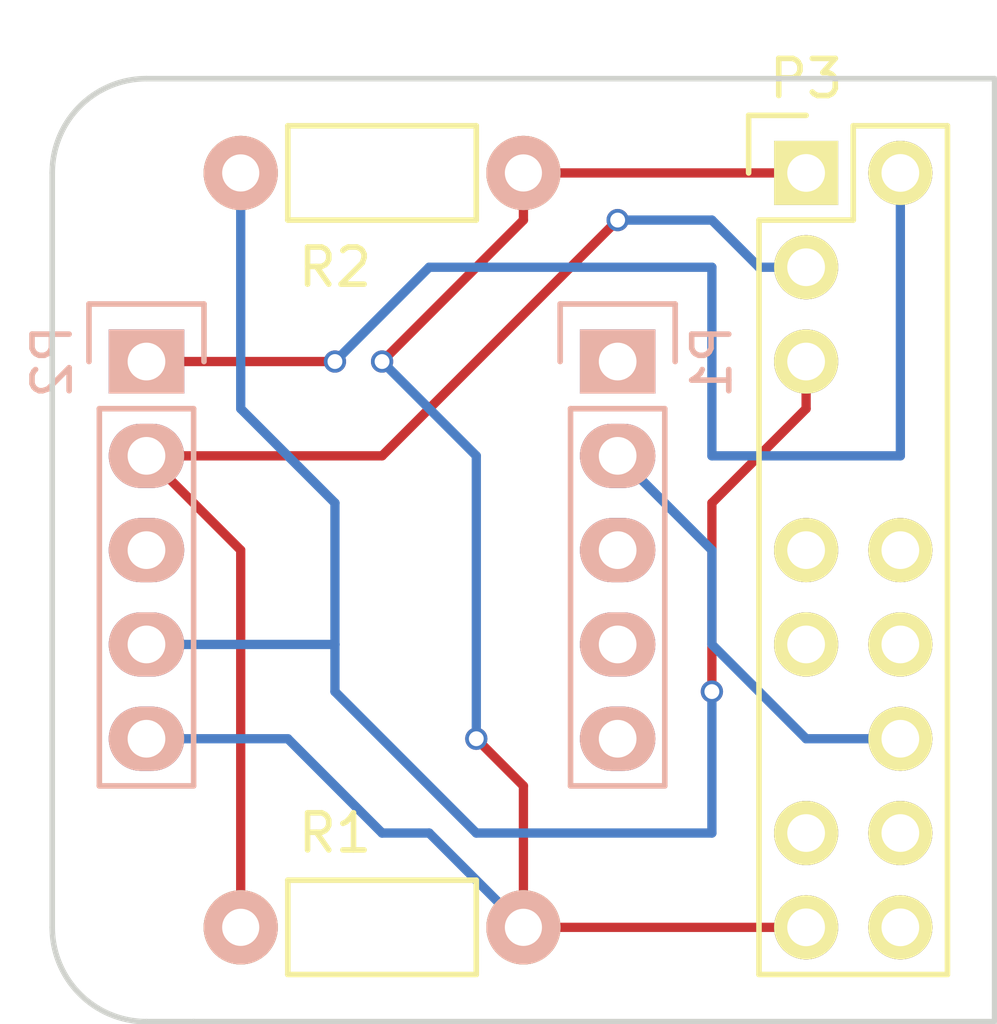
<source format=kicad_pcb>
(kicad_pcb (version 4) (host pcbnew 4.0.2-4+6225~38~ubuntu15.10.1-stable)

  (general
    (links 10)
    (no_connects 0)
    (area 121.844999 98.984999 147.395001 124.535001)
    (thickness 1.6)
    (drawings 7)
    (tracks 45)
    (zones 0)
    (modules 5)
    (nets 18)
  )

  (page A4)
  (layers
    (0 F.Cu signal)
    (31 B.Cu signal)
    (32 B.Adhes user)
    (33 F.Adhes user)
    (34 B.Paste user)
    (35 F.Paste user)
    (36 B.SilkS user)
    (37 F.SilkS user)
    (38 B.Mask user)
    (39 F.Mask user)
    (40 Dwgs.User user)
    (41 Cmts.User user)
    (42 Eco1.User user)
    (43 Eco2.User user)
    (44 Edge.Cuts user)
    (45 Margin user)
    (46 B.CrtYd user)
    (47 F.CrtYd user)
    (48 B.Fab user)
    (49 F.Fab user)
  )

  (setup
    (last_trace_width 0.25)
    (trace_clearance 0.2)
    (zone_clearance 0.508)
    (zone_45_only no)
    (trace_min 0.2)
    (segment_width 0.2)
    (edge_width 0.15)
    (via_size 0.6)
    (via_drill 0.4)
    (via_min_size 0.4)
    (via_min_drill 0.3)
    (uvia_size 0.3)
    (uvia_drill 0.1)
    (uvias_allowed no)
    (uvia_min_size 0.2)
    (uvia_min_drill 0.1)
    (pcb_text_width 0.3)
    (pcb_text_size 1.5 1.5)
    (mod_edge_width 0.15)
    (mod_text_size 1 1)
    (mod_text_width 0.15)
    (pad_size 1.524 1.524)
    (pad_drill 0.762)
    (pad_to_mask_clearance 0.2)
    (aux_axis_origin 0 0)
    (visible_elements FFFFFF7F)
    (pcbplotparams
      (layerselection 0x010f0_80000001)
      (usegerberextensions true)
      (excludeedgelayer true)
      (linewidth 0.100000)
      (plotframeref false)
      (viasonmask false)
      (mode 1)
      (useauxorigin false)
      (hpglpennumber 1)
      (hpglpenspeed 20)
      (hpglpendiameter 15)
      (hpglpenoverlay 2)
      (psnegative false)
      (psa4output false)
      (plotreference false)
      (plotvalue false)
      (plotinvisibletext false)
      (padsonsilk false)
      (subtractmaskfromsilk false)
      (outputformat 1)
      (mirror false)
      (drillshape 0)
      (scaleselection 1)
      (outputdirectory Gerbers/))
  )

  (net 0 "")
  (net 1 "Net-(P1-Pad1)")
  (net 2 GND)
  (net 3 "Net-(P1-Pad3)")
  (net 4 "Net-(P1-Pad4)")
  (net 5 "Net-(P1-Pad5)")
  (net 6 +5V)
  (net 7 "Net-(P2-Pad2)")
  (net 8 "Net-(P2-Pad3)")
  (net 9 "Net-(P2-Pad4)")
  (net 10 +3V3)
  (net 11 "Net-(P3-Pad9)")
  (net 12 "Net-(P3-Pad10)")
  (net 13 "Net-(P3-Pad11)")
  (net 14 "Net-(P3-Pad12)")
  (net 15 "Net-(P3-Pad15)")
  (net 16 "Net-(P3-Pad16)")
  (net 17 "Net-(P3-Pad18)")

  (net_class Default "This is the default net class."
    (clearance 0.2)
    (trace_width 0.25)
    (via_dia 0.6)
    (via_drill 0.4)
    (uvia_dia 0.3)
    (uvia_drill 0.1)
    (add_net +3V3)
    (add_net +5V)
    (add_net GND)
    (add_net "Net-(P1-Pad1)")
    (add_net "Net-(P1-Pad3)")
    (add_net "Net-(P1-Pad4)")
    (add_net "Net-(P1-Pad5)")
    (add_net "Net-(P2-Pad2)")
    (add_net "Net-(P2-Pad3)")
    (add_net "Net-(P2-Pad4)")
    (add_net "Net-(P3-Pad10)")
    (add_net "Net-(P3-Pad11)")
    (add_net "Net-(P3-Pad12)")
    (add_net "Net-(P3-Pad15)")
    (add_net "Net-(P3-Pad16)")
    (add_net "Net-(P3-Pad18)")
    (add_net "Net-(P3-Pad9)")
  )

  (module Resistors_ThroughHole:Resistor_Horizontal_RM7mm (layer F.Cu) (tedit 56EDA760) (tstamp 56EDA36E)
    (at 134.62 101.6 180)
    (descr "Resistor, Axial,  RM 7.62mm, 1/3W,")
    (tags "Resistor Axial RM 7.62mm 1/3W R3")
    (path /56EDA143)
    (fp_text reference R2 (at 5.08 -2.54 180) (layer F.SilkS)
      (effects (font (size 1 1) (thickness 0.15)))
    )
    (fp_text value R_Small (at 3.81 3.81 180) (layer F.Fab)
      (effects (font (size 1 1) (thickness 0.15)))
    )
    (fp_line (start -1.25 -1.5) (end 8.85 -1.5) (layer F.CrtYd) (width 0.05))
    (fp_line (start -1.25 1.5) (end -1.25 -1.5) (layer F.CrtYd) (width 0.05))
    (fp_line (start 8.85 -1.5) (end 8.85 1.5) (layer F.CrtYd) (width 0.05))
    (fp_line (start -1.25 1.5) (end 8.85 1.5) (layer F.CrtYd) (width 0.05))
    (fp_line (start 1.27 -1.27) (end 6.35 -1.27) (layer F.SilkS) (width 0.15))
    (fp_line (start 6.35 -1.27) (end 6.35 1.27) (layer F.SilkS) (width 0.15))
    (fp_line (start 6.35 1.27) (end 1.27 1.27) (layer F.SilkS) (width 0.15))
    (fp_line (start 1.27 1.27) (end 1.27 -1.27) (layer F.SilkS) (width 0.15))
    (pad 1 thru_hole circle (at 0 0 180) (size 1.99898 1.99898) (drill 1.00076) (layers *.Cu *.SilkS *.Mask)
      (net 10 +3V3))
    (pad 2 thru_hole circle (at 7.62 0 180) (size 1.99898 1.99898) (drill 1.00076) (layers *.Cu *.SilkS *.Mask)
      (net 9 "Net-(P2-Pad4)"))
  )

  (module Socket_Strips:Socket_Strip_Straight_1x05 (layer B.Cu) (tedit 56EDA756) (tstamp 56EDA343)
    (at 137.16 106.68 270)
    (descr "Through hole socket strip")
    (tags "socket strip")
    (path /56ED9F55)
    (fp_text reference P1 (at 0 -2.54 270) (layer B.SilkS)
      (effects (font (size 1 1) (thickness 0.15)) (justify mirror))
    )
    (fp_text value LEFT (at 0 3.1 270) (layer B.Fab)
      (effects (font (size 1 1) (thickness 0.15)) (justify mirror))
    )
    (fp_line (start -1.75 1.75) (end -1.75 -1.75) (layer B.CrtYd) (width 0.05))
    (fp_line (start 11.95 1.75) (end 11.95 -1.75) (layer B.CrtYd) (width 0.05))
    (fp_line (start -1.75 1.75) (end 11.95 1.75) (layer B.CrtYd) (width 0.05))
    (fp_line (start -1.75 -1.75) (end 11.95 -1.75) (layer B.CrtYd) (width 0.05))
    (fp_line (start 1.27 -1.27) (end 11.43 -1.27) (layer B.SilkS) (width 0.15))
    (fp_line (start 11.43 -1.27) (end 11.43 1.27) (layer B.SilkS) (width 0.15))
    (fp_line (start 11.43 1.27) (end 1.27 1.27) (layer B.SilkS) (width 0.15))
    (fp_line (start -1.55 -1.55) (end 0 -1.55) (layer B.SilkS) (width 0.15))
    (fp_line (start 1.27 -1.27) (end 1.27 1.27) (layer B.SilkS) (width 0.15))
    (fp_line (start 0 1.55) (end -1.55 1.55) (layer B.SilkS) (width 0.15))
    (fp_line (start -1.55 1.55) (end -1.55 -1.55) (layer B.SilkS) (width 0.15))
    (pad 1 thru_hole rect (at 0 0 270) (size 1.7272 2.032) (drill 1.016) (layers *.Cu *.Mask B.SilkS)
      (net 1 "Net-(P1-Pad1)"))
    (pad 2 thru_hole oval (at 2.54 0 270) (size 1.7272 2.032) (drill 1.016) (layers *.Cu *.Mask B.SilkS)
      (net 2 GND))
    (pad 3 thru_hole oval (at 5.08 0 270) (size 1.7272 2.032) (drill 1.016) (layers *.Cu *.Mask B.SilkS)
      (net 3 "Net-(P1-Pad3)"))
    (pad 4 thru_hole oval (at 7.62 0 270) (size 1.7272 2.032) (drill 1.016) (layers *.Cu *.Mask B.SilkS)
      (net 4 "Net-(P1-Pad4)"))
    (pad 5 thru_hole oval (at 10.16 0 270) (size 1.7272 2.032) (drill 1.016) (layers *.Cu *.Mask B.SilkS)
      (net 5 "Net-(P1-Pad5)"))
    (model Socket_Strips.3dshapes/Socket_Strip_Straight_1x05.wrl
      (at (xyz 0.2 0 0))
      (scale (xyz 1 1 1))
      (rotate (xyz 0 0 180))
    )
  )

  (module Socket_Strips:Socket_Strip_Straight_1x05 (layer B.Cu) (tedit 56EDA75A) (tstamp 56EDA34C)
    (at 124.46 106.68 270)
    (descr "Through hole socket strip")
    (tags "socket strip")
    (path /56ED9FB4)
    (fp_text reference P2 (at 0 2.54 270) (layer B.SilkS)
      (effects (font (size 1 1) (thickness 0.15)) (justify mirror))
    )
    (fp_text value RIGHT (at 0 3.1 270) (layer B.Fab)
      (effects (font (size 1 1) (thickness 0.15)) (justify mirror))
    )
    (fp_line (start -1.75 1.75) (end -1.75 -1.75) (layer B.CrtYd) (width 0.05))
    (fp_line (start 11.95 1.75) (end 11.95 -1.75) (layer B.CrtYd) (width 0.05))
    (fp_line (start -1.75 1.75) (end 11.95 1.75) (layer B.CrtYd) (width 0.05))
    (fp_line (start -1.75 -1.75) (end 11.95 -1.75) (layer B.CrtYd) (width 0.05))
    (fp_line (start 1.27 -1.27) (end 11.43 -1.27) (layer B.SilkS) (width 0.15))
    (fp_line (start 11.43 -1.27) (end 11.43 1.27) (layer B.SilkS) (width 0.15))
    (fp_line (start 11.43 1.27) (end 1.27 1.27) (layer B.SilkS) (width 0.15))
    (fp_line (start -1.55 -1.55) (end 0 -1.55) (layer B.SilkS) (width 0.15))
    (fp_line (start 1.27 -1.27) (end 1.27 1.27) (layer B.SilkS) (width 0.15))
    (fp_line (start 0 1.55) (end -1.55 1.55) (layer B.SilkS) (width 0.15))
    (fp_line (start -1.55 1.55) (end -1.55 -1.55) (layer B.SilkS) (width 0.15))
    (pad 1 thru_hole rect (at 0 0 270) (size 1.7272 2.032) (drill 1.016) (layers *.Cu *.Mask B.SilkS)
      (net 6 +5V))
    (pad 2 thru_hole oval (at 2.54 0 270) (size 1.7272 2.032) (drill 1.016) (layers *.Cu *.Mask B.SilkS)
      (net 7 "Net-(P2-Pad2)"))
    (pad 3 thru_hole oval (at 5.08 0 270) (size 1.7272 2.032) (drill 1.016) (layers *.Cu *.Mask B.SilkS)
      (net 8 "Net-(P2-Pad3)"))
    (pad 4 thru_hole oval (at 7.62 0 270) (size 1.7272 2.032) (drill 1.016) (layers *.Cu *.Mask B.SilkS)
      (net 9 "Net-(P2-Pad4)"))
    (pad 5 thru_hole oval (at 10.16 0 270) (size 1.7272 2.032) (drill 1.016) (layers *.Cu *.Mask B.SilkS)
      (net 10 +3V3))
    (model Socket_Strips.3dshapes/Socket_Strip_Straight_1x05.wrl
      (at (xyz 0.2 0 0))
      (scale (xyz 1 1 1))
      (rotate (xyz 0 0 180))
    )
  )

  (module Pin_Headers:Pin_Header_Straight_2x09 (layer F.Cu) (tedit 56EDAC29) (tstamp 56EDA362)
    (at 142.24 101.6)
    (descr "Through hole pin header")
    (tags "pin header")
    (path /56ED9E24)
    (fp_text reference P3 (at 0 -2.54) (layer F.SilkS)
      (effects (font (size 1 1) (thickness 0.15)))
    )
    (fp_text value PIGLOW (at 0 -3.1) (layer F.Fab)
      (effects (font (size 1 1) (thickness 0.15)))
    )
    (fp_line (start -1.75 -1.75) (end -1.75 22.1) (layer F.CrtYd) (width 0.05))
    (fp_line (start 4.3 -1.75) (end 4.3 22.1) (layer F.CrtYd) (width 0.05))
    (fp_line (start -1.75 -1.75) (end 4.3 -1.75) (layer F.CrtYd) (width 0.05))
    (fp_line (start -1.75 22.1) (end 4.3 22.1) (layer F.CrtYd) (width 0.05))
    (fp_line (start 3.81 21.59) (end 3.81 -1.27) (layer F.SilkS) (width 0.15))
    (fp_line (start -1.27 1.27) (end -1.27 21.59) (layer F.SilkS) (width 0.15))
    (fp_line (start 3.81 21.59) (end -1.27 21.59) (layer F.SilkS) (width 0.15))
    (fp_line (start 3.81 -1.27) (end 1.27 -1.27) (layer F.SilkS) (width 0.15))
    (fp_line (start 0 -1.55) (end -1.55 -1.55) (layer F.SilkS) (width 0.15))
    (fp_line (start 1.27 -1.27) (end 1.27 1.27) (layer F.SilkS) (width 0.15))
    (fp_line (start 1.27 1.27) (end -1.27 1.27) (layer F.SilkS) (width 0.15))
    (fp_line (start -1.55 -1.55) (end -1.55 0) (layer F.SilkS) (width 0.15))
    (pad 1 thru_hole rect (at 0 0) (size 1.7272 1.7272) (drill 1.016) (layers *.Cu *.Mask F.SilkS)
      (net 10 +3V3))
    (pad 2 thru_hole oval (at 2.54 0) (size 1.7272 1.7272) (drill 1.016) (layers *.Cu *.Mask F.SilkS)
      (net 6 +5V))
    (pad 3 thru_hole oval (at 0 2.54) (size 1.7272 1.7272) (drill 1.016) (layers *.Cu *.Mask F.SilkS)
      (net 7 "Net-(P2-Pad2)"))
    (pad 5 thru_hole oval (at 0 5.08) (size 1.7272 1.7272) (drill 1.016) (layers *.Cu *.Mask F.SilkS)
      (net 9 "Net-(P2-Pad4)"))
    (pad 9 thru_hole oval (at 0 10.16) (size 1.7272 1.7272) (drill 1.016) (layers *.Cu *.Mask F.SilkS)
      (net 11 "Net-(P3-Pad9)"))
    (pad 10 thru_hole oval (at 2.54 10.16) (size 1.7272 1.7272) (drill 1.016) (layers *.Cu *.Mask F.SilkS)
      (net 12 "Net-(P3-Pad10)"))
    (pad 11 thru_hole oval (at 0 12.7) (size 1.7272 1.7272) (drill 1.016) (layers *.Cu *.Mask F.SilkS)
      (net 13 "Net-(P3-Pad11)"))
    (pad 12 thru_hole oval (at 2.54 12.7) (size 1.7272 1.7272) (drill 1.016) (layers *.Cu *.Mask F.SilkS)
      (net 14 "Net-(P3-Pad12)"))
    (pad 14 thru_hole oval (at 2.54 15.24) (size 1.7272 1.7272) (drill 1.016) (layers *.Cu *.Mask F.SilkS)
      (net 2 GND))
    (pad 15 thru_hole oval (at 0 17.78) (size 1.7272 1.7272) (drill 1.016) (layers *.Cu *.Mask F.SilkS)
      (net 15 "Net-(P3-Pad15)"))
    (pad 16 thru_hole oval (at 2.54 17.78) (size 1.7272 1.7272) (drill 1.016) (layers *.Cu *.Mask F.SilkS)
      (net 16 "Net-(P3-Pad16)"))
    (pad 17 thru_hole oval (at 0 20.32) (size 1.7272 1.7272) (drill 1.016) (layers *.Cu *.Mask F.SilkS)
      (net 10 +3V3))
    (pad 18 thru_hole oval (at 2.54 20.32) (size 1.7272 1.7272) (drill 1.016) (layers *.Cu *.Mask F.SilkS)
      (net 17 "Net-(P3-Pad18)"))
    (model Pin_Headers.3dshapes/Pin_Header_Straight_2x09.wrl
      (at (xyz 0.05 -0.4 0))
      (scale (xyz 1 1 1))
      (rotate (xyz 0 0 90))
    )
  )

  (module Resistors_ThroughHole:Resistor_Horizontal_RM7mm (layer F.Cu) (tedit 56EDA74F) (tstamp 56EDA368)
    (at 134.62 121.92 180)
    (descr "Resistor, Axial,  RM 7.62mm, 1/3W,")
    (tags "Resistor Axial RM 7.62mm 1/3W R3")
    (path /56EDA086)
    (fp_text reference R1 (at 5.08 2.54 180) (layer F.SilkS)
      (effects (font (size 1 1) (thickness 0.15)))
    )
    (fp_text value R_Small (at 3.81 3.81 180) (layer F.Fab)
      (effects (font (size 1 1) (thickness 0.15)))
    )
    (fp_line (start -1.25 -1.5) (end 8.85 -1.5) (layer F.CrtYd) (width 0.05))
    (fp_line (start -1.25 1.5) (end -1.25 -1.5) (layer F.CrtYd) (width 0.05))
    (fp_line (start 8.85 -1.5) (end 8.85 1.5) (layer F.CrtYd) (width 0.05))
    (fp_line (start -1.25 1.5) (end 8.85 1.5) (layer F.CrtYd) (width 0.05))
    (fp_line (start 1.27 -1.27) (end 6.35 -1.27) (layer F.SilkS) (width 0.15))
    (fp_line (start 6.35 -1.27) (end 6.35 1.27) (layer F.SilkS) (width 0.15))
    (fp_line (start 6.35 1.27) (end 1.27 1.27) (layer F.SilkS) (width 0.15))
    (fp_line (start 1.27 1.27) (end 1.27 -1.27) (layer F.SilkS) (width 0.15))
    (pad 1 thru_hole circle (at 0 0 180) (size 1.99898 1.99898) (drill 1.00076) (layers *.Cu *.SilkS *.Mask)
      (net 10 +3V3))
    (pad 2 thru_hole circle (at 7.62 0 180) (size 1.99898 1.99898) (drill 1.00076) (layers *.Cu *.SilkS *.Mask)
      (net 7 "Net-(P2-Pad2)"))
  )

  (gr_line (start 124.46 124.46) (end 125.73 124.46) (angle 90) (layer Edge.Cuts) (width 0.15))
  (gr_line (start 121.92 101.6) (end 121.92 121.92) (angle 90) (layer Edge.Cuts) (width 0.15))
  (gr_line (start 124.46 99.06) (end 147.32 99.06) (angle 90) (layer Edge.Cuts) (width 0.15))
  (gr_arc (start 124.46 101.6) (end 121.92 101.6) (angle 90) (layer Edge.Cuts) (width 0.15))
  (gr_arc (start 124.46 121.92) (end 124.46 124.46) (angle 90) (layer Edge.Cuts) (width 0.15))
  (gr_line (start 147.32 124.46) (end 125.73 124.46) (angle 90) (layer Edge.Cuts) (width 0.15))
  (gr_line (start 147.32 99.06) (end 147.32 124.46) (angle 90) (layer Edge.Cuts) (width 0.15))

  (segment (start 137.16 109.22) (end 139.7 111.76) (width 0.25) (layer B.Cu) (net 2) (status 400000))
  (segment (start 142.24 116.84) (end 144.78 116.84) (width 0.25) (layer B.Cu) (net 2) (tstamp 56EDB799) (status 800000))
  (segment (start 139.7 114.3) (end 142.24 116.84) (width 0.25) (layer B.Cu) (net 2) (tstamp 56EDB798))
  (segment (start 139.7 111.76) (end 139.7 114.3) (width 0.25) (layer B.Cu) (net 2) (tstamp 56EDB786))
  (segment (start 124.46 106.68) (end 129.54 106.68) (width 0.25) (layer F.Cu) (net 6) (status 400000))
  (segment (start 144.78 109.22) (end 144.78 101.6) (width 0.25) (layer B.Cu) (net 6) (tstamp 56EDB6E0) (status 800000))
  (segment (start 139.7 109.22) (end 144.78 109.22) (width 0.25) (layer B.Cu) (net 6) (tstamp 56EDB6DE))
  (segment (start 139.7 104.14) (end 139.7 109.22) (width 0.25) (layer B.Cu) (net 6) (tstamp 56EDB6DD))
  (segment (start 132.08 104.14) (end 139.7 104.14) (width 0.25) (layer B.Cu) (net 6) (tstamp 56EDB6D2))
  (segment (start 129.54 106.68) (end 132.08 104.14) (width 0.25) (layer B.Cu) (net 6) (tstamp 56EDB6D1))
  (via (at 129.54 106.68) (size 0.6) (drill 0.4) (layers F.Cu B.Cu) (net 6))
  (segment (start 142.24 104.14) (end 140.97 104.14) (width 0.25) (layer B.Cu) (net 7) (status 400000))
  (segment (start 130.81 109.22) (end 124.46 109.22) (width 0.25) (layer F.Cu) (net 7) (tstamp 56EDB71B) (status 800000))
  (segment (start 137.16 102.87) (end 130.81 109.22) (width 0.25) (layer F.Cu) (net 7) (tstamp 56EDB71A))
  (via (at 137.16 102.87) (size 0.6) (drill 0.4) (layers F.Cu B.Cu) (net 7))
  (segment (start 139.7 102.87) (end 137.16 102.87) (width 0.25) (layer B.Cu) (net 7) (tstamp 56EDB70E))
  (segment (start 140.97 104.14) (end 139.7 102.87) (width 0.25) (layer B.Cu) (net 7) (tstamp 56EDB709))
  (segment (start 124.46 109.22) (end 127 111.76) (width 0.25) (layer F.Cu) (net 7) (tstamp 56EDB71E) (status 400000))
  (segment (start 127 111.76) (end 127 121.92) (width 0.25) (layer F.Cu) (net 7) (tstamp 56EDB720) (status 800000))
  (segment (start 124.46 114.3) (end 129.54 114.3) (width 0.25) (layer B.Cu) (net 9) (status 400000))
  (segment (start 127 101.6) (end 127 107.95) (width 0.25) (layer B.Cu) (net 9) (status 400000))
  (segment (start 142.24 107.95) (end 142.24 106.68) (width 0.25) (layer F.Cu) (net 9) (tstamp 56EDB772) (status 800000))
  (segment (start 139.7 110.49) (end 142.24 107.95) (width 0.25) (layer F.Cu) (net 9) (tstamp 56EDB76F))
  (segment (start 139.7 115.57) (end 139.7 110.49) (width 0.25) (layer F.Cu) (net 9) (tstamp 56EDB76E))
  (via (at 139.7 115.57) (size 0.6) (drill 0.4) (layers F.Cu B.Cu) (net 9))
  (segment (start 139.7 119.38) (end 139.7 115.57) (width 0.25) (layer B.Cu) (net 9) (tstamp 56EDB768))
  (segment (start 133.35 119.38) (end 139.7 119.38) (width 0.25) (layer B.Cu) (net 9) (tstamp 56EDB75E))
  (segment (start 129.54 115.57) (end 133.35 119.38) (width 0.25) (layer B.Cu) (net 9) (tstamp 56EDB758))
  (segment (start 129.54 110.49) (end 129.54 114.3) (width 0.25) (layer B.Cu) (net 9) (tstamp 56EDB746))
  (segment (start 129.54 114.3) (end 129.54 115.57) (width 0.25) (layer B.Cu) (net 9) (tstamp 56EDB7C1))
  (segment (start 127 107.95) (end 129.54 110.49) (width 0.25) (layer B.Cu) (net 9) (tstamp 56EDB73F))
  (segment (start 134.62 101.6) (end 134.62 102.87) (width 0.25) (layer F.Cu) (net 10) (status 400000))
  (segment (start 134.62 118.11) (end 134.62 121.92) (width 0.25) (layer F.Cu) (net 10) (tstamp 56EDB7E8) (status 800000))
  (segment (start 133.35 116.84) (end 134.62 118.11) (width 0.25) (layer F.Cu) (net 10) (tstamp 56EDB7E7))
  (via (at 133.35 116.84) (size 0.6) (drill 0.4) (layers F.Cu B.Cu) (net 10))
  (segment (start 133.35 109.22) (end 133.35 116.84) (width 0.25) (layer B.Cu) (net 10) (tstamp 56EDB7E0))
  (segment (start 130.81 106.68) (end 133.35 109.22) (width 0.25) (layer B.Cu) (net 10) (tstamp 56EDB7DF))
  (via (at 130.81 106.68) (size 0.6) (drill 0.4) (layers F.Cu B.Cu) (net 10))
  (segment (start 134.62 102.87) (end 130.81 106.68) (width 0.25) (layer F.Cu) (net 10) (tstamp 56EDB7D6))
  (segment (start 124.46 116.84) (end 128.27 116.84) (width 0.25) (layer B.Cu) (net 10) (status 400000))
  (segment (start 128.27 116.84) (end 130.81 119.38) (width 0.25) (layer B.Cu) (net 10) (tstamp 56EDB7AE))
  (segment (start 130.81 119.38) (end 132.08 119.38) (width 0.25) (layer B.Cu) (net 10) (tstamp 56EDB7B0))
  (segment (start 132.08 119.38) (end 134.62 121.92) (width 0.25) (layer B.Cu) (net 10) (tstamp 56EDB7B4) (status 800000))
  (segment (start 134.62 121.92) (end 142.24 121.92) (width 0.25) (layer F.Cu) (net 10))
  (segment (start 134.62 101.6) (end 142.24 101.6) (width 0.25) (layer F.Cu) (net 10) (tstamp 56EDAB40))

)

</source>
